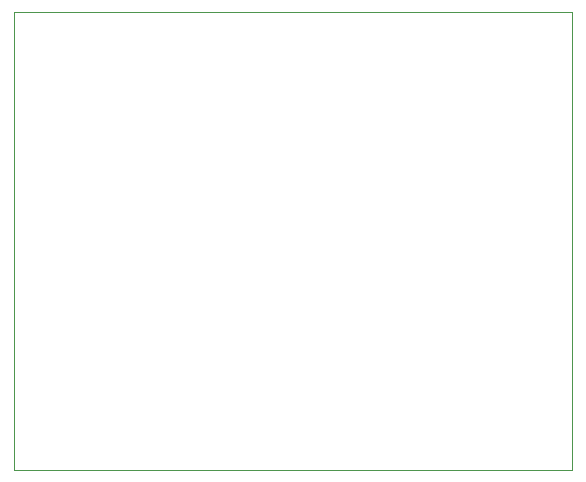
<source format=gm1>
G04 #@! TF.GenerationSoftware,KiCad,Pcbnew,6.0.2+dfsg-1*
G04 #@! TF.CreationDate,2022-08-15T17:06:07+10:00*
G04 #@! TF.ProjectId,patch-antenna,70617463-682d-4616-9e74-656e6e612e6b,1*
G04 #@! TF.SameCoordinates,Original*
G04 #@! TF.FileFunction,Profile,NP*
%FSLAX46Y46*%
G04 Gerber Fmt 4.6, Leading zero omitted, Abs format (unit mm)*
G04 Created by KiCad (PCBNEW 6.0.2+dfsg-1) date 2022-08-15 17:06:07*
%MOMM*%
%LPD*%
G01*
G04 APERTURE LIST*
G04 #@! TA.AperFunction,Profile*
%ADD10C,0.050000*%
G04 #@! TD*
G04 APERTURE END LIST*
D10*
X105900000Y-73620000D02*
X153140000Y-73620000D01*
X153140000Y-73620000D02*
X153140000Y-112440000D01*
X153140000Y-112440000D02*
X105900000Y-112440000D01*
X105900000Y-112440000D02*
X105900000Y-73620000D01*
M02*

</source>
